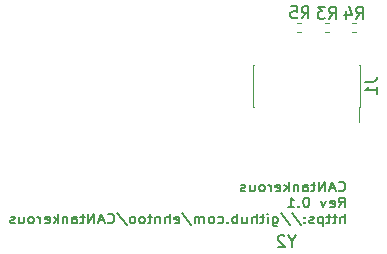
<source format=gbr>
%TF.GenerationSoftware,KiCad,Pcbnew,5.1.8*%
%TF.CreationDate,2020-12-05T00:24:13-05:00*%
%TF.ProjectId,cantankerous,63616e74-616e-46b6-9572-6f75732e6b69,rev?*%
%TF.SameCoordinates,Original*%
%TF.FileFunction,Legend,Bot*%
%TF.FilePolarity,Positive*%
%FSLAX46Y46*%
G04 Gerber Fmt 4.6, Leading zero omitted, Abs format (unit mm)*
G04 Created by KiCad (PCBNEW 5.1.8) date 2020-12-05 00:24:13*
%MOMM*%
%LPD*%
G01*
G04 APERTURE LIST*
%ADD10C,0.153000*%
%ADD11C,0.120000*%
%ADD12C,0.150000*%
G04 APERTURE END LIST*
D10*
X148968478Y-110565714D02*
X149011335Y-110603809D01*
X149139907Y-110641904D01*
X149225621Y-110641904D01*
X149354192Y-110603809D01*
X149439907Y-110527619D01*
X149482764Y-110451428D01*
X149525621Y-110299047D01*
X149525621Y-110184761D01*
X149482764Y-110032380D01*
X149439907Y-109956190D01*
X149354192Y-109880000D01*
X149225621Y-109841904D01*
X149139907Y-109841904D01*
X149011335Y-109880000D01*
X148968478Y-109918095D01*
X148625621Y-110413333D02*
X148197050Y-110413333D01*
X148711335Y-110641904D02*
X148411335Y-109841904D01*
X148111335Y-110641904D01*
X147811335Y-110641904D02*
X147811335Y-109841904D01*
X147297050Y-110641904D01*
X147297050Y-109841904D01*
X146997050Y-110108571D02*
X146654192Y-110108571D01*
X146868478Y-109841904D02*
X146868478Y-110527619D01*
X146825621Y-110603809D01*
X146739907Y-110641904D01*
X146654192Y-110641904D01*
X145968478Y-110641904D02*
X145968478Y-110222857D01*
X146011335Y-110146666D01*
X146097050Y-110108571D01*
X146268478Y-110108571D01*
X146354192Y-110146666D01*
X145968478Y-110603809D02*
X146054192Y-110641904D01*
X146268478Y-110641904D01*
X146354192Y-110603809D01*
X146397050Y-110527619D01*
X146397050Y-110451428D01*
X146354192Y-110375238D01*
X146268478Y-110337142D01*
X146054192Y-110337142D01*
X145968478Y-110299047D01*
X145539907Y-110108571D02*
X145539907Y-110641904D01*
X145539907Y-110184761D02*
X145497050Y-110146666D01*
X145411335Y-110108571D01*
X145282764Y-110108571D01*
X145197050Y-110146666D01*
X145154192Y-110222857D01*
X145154192Y-110641904D01*
X144725621Y-110641904D02*
X144725621Y-109841904D01*
X144639907Y-110337142D02*
X144382764Y-110641904D01*
X144382764Y-110108571D02*
X144725621Y-110413333D01*
X143654192Y-110603809D02*
X143739907Y-110641904D01*
X143911335Y-110641904D01*
X143997050Y-110603809D01*
X144039907Y-110527619D01*
X144039907Y-110222857D01*
X143997050Y-110146666D01*
X143911335Y-110108571D01*
X143739907Y-110108571D01*
X143654192Y-110146666D01*
X143611335Y-110222857D01*
X143611335Y-110299047D01*
X144039907Y-110375238D01*
X143225621Y-110641904D02*
X143225621Y-110108571D01*
X143225621Y-110260952D02*
X143182764Y-110184761D01*
X143139907Y-110146666D01*
X143054192Y-110108571D01*
X142968478Y-110108571D01*
X142539907Y-110641904D02*
X142625621Y-110603809D01*
X142668478Y-110565714D01*
X142711335Y-110489523D01*
X142711335Y-110260952D01*
X142668478Y-110184761D01*
X142625621Y-110146666D01*
X142539907Y-110108571D01*
X142411335Y-110108571D01*
X142325621Y-110146666D01*
X142282764Y-110184761D01*
X142239907Y-110260952D01*
X142239907Y-110489523D01*
X142282764Y-110565714D01*
X142325621Y-110603809D01*
X142411335Y-110641904D01*
X142539907Y-110641904D01*
X141468478Y-110108571D02*
X141468478Y-110641904D01*
X141854192Y-110108571D02*
X141854192Y-110527619D01*
X141811335Y-110603809D01*
X141725621Y-110641904D01*
X141597050Y-110641904D01*
X141511335Y-110603809D01*
X141468478Y-110565714D01*
X141082764Y-110603809D02*
X140997050Y-110641904D01*
X140825621Y-110641904D01*
X140739907Y-110603809D01*
X140697050Y-110527619D01*
X140697050Y-110489523D01*
X140739907Y-110413333D01*
X140825621Y-110375238D01*
X140954192Y-110375238D01*
X141039907Y-110337142D01*
X141082764Y-110260952D01*
X141082764Y-110222857D01*
X141039907Y-110146666D01*
X140954192Y-110108571D01*
X140825621Y-110108571D01*
X140739907Y-110146666D01*
X148968478Y-111994904D02*
X149268478Y-111613952D01*
X149482764Y-111994904D02*
X149482764Y-111194904D01*
X149139907Y-111194904D01*
X149054192Y-111233000D01*
X149011335Y-111271095D01*
X148968478Y-111347285D01*
X148968478Y-111461571D01*
X149011335Y-111537761D01*
X149054192Y-111575857D01*
X149139907Y-111613952D01*
X149482764Y-111613952D01*
X148239907Y-111956809D02*
X148325621Y-111994904D01*
X148497050Y-111994904D01*
X148582764Y-111956809D01*
X148625621Y-111880619D01*
X148625621Y-111575857D01*
X148582764Y-111499666D01*
X148497050Y-111461571D01*
X148325621Y-111461571D01*
X148239907Y-111499666D01*
X148197050Y-111575857D01*
X148197050Y-111652047D01*
X148625621Y-111728238D01*
X147897050Y-111461571D02*
X147682764Y-111994904D01*
X147468478Y-111461571D01*
X146268478Y-111194904D02*
X146182764Y-111194904D01*
X146097050Y-111233000D01*
X146054192Y-111271095D01*
X146011335Y-111347285D01*
X145968478Y-111499666D01*
X145968478Y-111690142D01*
X146011335Y-111842523D01*
X146054192Y-111918714D01*
X146097050Y-111956809D01*
X146182764Y-111994904D01*
X146268478Y-111994904D01*
X146354192Y-111956809D01*
X146397050Y-111918714D01*
X146439907Y-111842523D01*
X146482764Y-111690142D01*
X146482764Y-111499666D01*
X146439907Y-111347285D01*
X146397050Y-111271095D01*
X146354192Y-111233000D01*
X146268478Y-111194904D01*
X145582764Y-111918714D02*
X145539907Y-111956809D01*
X145582764Y-111994904D01*
X145625621Y-111956809D01*
X145582764Y-111918714D01*
X145582764Y-111994904D01*
X144682764Y-111994904D02*
X145197050Y-111994904D01*
X144939907Y-111994904D02*
X144939907Y-111194904D01*
X145025621Y-111309190D01*
X145111335Y-111385380D01*
X145197050Y-111423476D01*
X149482764Y-113347904D02*
X149482764Y-112547904D01*
X149097050Y-113347904D02*
X149097050Y-112928857D01*
X149139907Y-112852666D01*
X149225621Y-112814571D01*
X149354192Y-112814571D01*
X149439907Y-112852666D01*
X149482764Y-112890761D01*
X148797050Y-112814571D02*
X148454192Y-112814571D01*
X148668478Y-112547904D02*
X148668478Y-113233619D01*
X148625621Y-113309809D01*
X148539907Y-113347904D01*
X148454192Y-113347904D01*
X148282764Y-112814571D02*
X147939907Y-112814571D01*
X148154192Y-112547904D02*
X148154192Y-113233619D01*
X148111335Y-113309809D01*
X148025621Y-113347904D01*
X147939907Y-113347904D01*
X147639907Y-112814571D02*
X147639907Y-113614571D01*
X147639907Y-112852666D02*
X147554192Y-112814571D01*
X147382764Y-112814571D01*
X147297050Y-112852666D01*
X147254192Y-112890761D01*
X147211335Y-112966952D01*
X147211335Y-113195523D01*
X147254192Y-113271714D01*
X147297050Y-113309809D01*
X147382764Y-113347904D01*
X147554192Y-113347904D01*
X147639907Y-113309809D01*
X146868478Y-113309809D02*
X146782764Y-113347904D01*
X146611335Y-113347904D01*
X146525621Y-113309809D01*
X146482764Y-113233619D01*
X146482764Y-113195523D01*
X146525621Y-113119333D01*
X146611335Y-113081238D01*
X146739907Y-113081238D01*
X146825621Y-113043142D01*
X146868478Y-112966952D01*
X146868478Y-112928857D01*
X146825621Y-112852666D01*
X146739907Y-112814571D01*
X146611335Y-112814571D01*
X146525621Y-112852666D01*
X146097050Y-113271714D02*
X146054192Y-113309809D01*
X146097050Y-113347904D01*
X146139907Y-113309809D01*
X146097050Y-113271714D01*
X146097050Y-113347904D01*
X146097050Y-112852666D02*
X146054192Y-112890761D01*
X146097050Y-112928857D01*
X146139907Y-112890761D01*
X146097050Y-112852666D01*
X146097050Y-112928857D01*
X145025621Y-112509809D02*
X145797050Y-113538380D01*
X144082764Y-112509809D02*
X144854192Y-113538380D01*
X143397050Y-112814571D02*
X143397050Y-113462190D01*
X143439907Y-113538380D01*
X143482764Y-113576476D01*
X143568478Y-113614571D01*
X143697050Y-113614571D01*
X143782764Y-113576476D01*
X143397050Y-113309809D02*
X143482764Y-113347904D01*
X143654192Y-113347904D01*
X143739907Y-113309809D01*
X143782764Y-113271714D01*
X143825621Y-113195523D01*
X143825621Y-112966952D01*
X143782764Y-112890761D01*
X143739907Y-112852666D01*
X143654192Y-112814571D01*
X143482764Y-112814571D01*
X143397050Y-112852666D01*
X142968478Y-113347904D02*
X142968478Y-112814571D01*
X142968478Y-112547904D02*
X143011335Y-112586000D01*
X142968478Y-112624095D01*
X142925621Y-112586000D01*
X142968478Y-112547904D01*
X142968478Y-112624095D01*
X142668478Y-112814571D02*
X142325621Y-112814571D01*
X142539907Y-112547904D02*
X142539907Y-113233619D01*
X142497050Y-113309809D01*
X142411335Y-113347904D01*
X142325621Y-113347904D01*
X142025621Y-113347904D02*
X142025621Y-112547904D01*
X141639907Y-113347904D02*
X141639907Y-112928857D01*
X141682764Y-112852666D01*
X141768478Y-112814571D01*
X141897050Y-112814571D01*
X141982764Y-112852666D01*
X142025621Y-112890761D01*
X140825621Y-112814571D02*
X140825621Y-113347904D01*
X141211335Y-112814571D02*
X141211335Y-113233619D01*
X141168478Y-113309809D01*
X141082764Y-113347904D01*
X140954192Y-113347904D01*
X140868478Y-113309809D01*
X140825621Y-113271714D01*
X140397050Y-113347904D02*
X140397050Y-112547904D01*
X140397050Y-112852666D02*
X140311335Y-112814571D01*
X140139907Y-112814571D01*
X140054192Y-112852666D01*
X140011335Y-112890761D01*
X139968478Y-112966952D01*
X139968478Y-113195523D01*
X140011335Y-113271714D01*
X140054192Y-113309809D01*
X140139907Y-113347904D01*
X140311335Y-113347904D01*
X140397050Y-113309809D01*
X139582764Y-113271714D02*
X139539907Y-113309809D01*
X139582764Y-113347904D01*
X139625621Y-113309809D01*
X139582764Y-113271714D01*
X139582764Y-113347904D01*
X138768478Y-113309809D02*
X138854192Y-113347904D01*
X139025621Y-113347904D01*
X139111335Y-113309809D01*
X139154192Y-113271714D01*
X139197050Y-113195523D01*
X139197050Y-112966952D01*
X139154192Y-112890761D01*
X139111335Y-112852666D01*
X139025621Y-112814571D01*
X138854192Y-112814571D01*
X138768478Y-112852666D01*
X138254192Y-113347904D02*
X138339907Y-113309809D01*
X138382764Y-113271714D01*
X138425621Y-113195523D01*
X138425621Y-112966952D01*
X138382764Y-112890761D01*
X138339907Y-112852666D01*
X138254192Y-112814571D01*
X138125621Y-112814571D01*
X138039907Y-112852666D01*
X137997050Y-112890761D01*
X137954192Y-112966952D01*
X137954192Y-113195523D01*
X137997050Y-113271714D01*
X138039907Y-113309809D01*
X138125621Y-113347904D01*
X138254192Y-113347904D01*
X137568478Y-113347904D02*
X137568478Y-112814571D01*
X137568478Y-112890761D02*
X137525621Y-112852666D01*
X137439907Y-112814571D01*
X137311335Y-112814571D01*
X137225621Y-112852666D01*
X137182764Y-112928857D01*
X137182764Y-113347904D01*
X137182764Y-112928857D02*
X137139907Y-112852666D01*
X137054192Y-112814571D01*
X136925621Y-112814571D01*
X136839907Y-112852666D01*
X136797050Y-112928857D01*
X136797050Y-113347904D01*
X135725621Y-112509809D02*
X136497050Y-113538380D01*
X135082764Y-113309809D02*
X135168478Y-113347904D01*
X135339907Y-113347904D01*
X135425621Y-113309809D01*
X135468478Y-113233619D01*
X135468478Y-112928857D01*
X135425621Y-112852666D01*
X135339907Y-112814571D01*
X135168478Y-112814571D01*
X135082764Y-112852666D01*
X135039907Y-112928857D01*
X135039907Y-113005047D01*
X135468478Y-113081238D01*
X134654192Y-113347904D02*
X134654192Y-112547904D01*
X134268478Y-113347904D02*
X134268478Y-112928857D01*
X134311335Y-112852666D01*
X134397050Y-112814571D01*
X134525621Y-112814571D01*
X134611335Y-112852666D01*
X134654192Y-112890761D01*
X133839907Y-112814571D02*
X133839907Y-113347904D01*
X133839907Y-112890761D02*
X133797050Y-112852666D01*
X133711335Y-112814571D01*
X133582764Y-112814571D01*
X133497050Y-112852666D01*
X133454192Y-112928857D01*
X133454192Y-113347904D01*
X133154192Y-112814571D02*
X132811335Y-112814571D01*
X133025621Y-112547904D02*
X133025621Y-113233619D01*
X132982764Y-113309809D01*
X132897050Y-113347904D01*
X132811335Y-113347904D01*
X132382764Y-113347904D02*
X132468478Y-113309809D01*
X132511335Y-113271714D01*
X132554192Y-113195523D01*
X132554192Y-112966952D01*
X132511335Y-112890761D01*
X132468478Y-112852666D01*
X132382764Y-112814571D01*
X132254192Y-112814571D01*
X132168478Y-112852666D01*
X132125621Y-112890761D01*
X132082764Y-112966952D01*
X132082764Y-113195523D01*
X132125621Y-113271714D01*
X132168478Y-113309809D01*
X132254192Y-113347904D01*
X132382764Y-113347904D01*
X131568478Y-113347904D02*
X131654192Y-113309809D01*
X131697050Y-113271714D01*
X131739907Y-113195523D01*
X131739907Y-112966952D01*
X131697050Y-112890761D01*
X131654192Y-112852666D01*
X131568478Y-112814571D01*
X131439907Y-112814571D01*
X131354192Y-112852666D01*
X131311335Y-112890761D01*
X131268478Y-112966952D01*
X131268478Y-113195523D01*
X131311335Y-113271714D01*
X131354192Y-113309809D01*
X131439907Y-113347904D01*
X131568478Y-113347904D01*
X130239907Y-112509809D02*
X131011335Y-113538380D01*
X129425621Y-113271714D02*
X129468478Y-113309809D01*
X129597050Y-113347904D01*
X129682764Y-113347904D01*
X129811335Y-113309809D01*
X129897050Y-113233619D01*
X129939907Y-113157428D01*
X129982764Y-113005047D01*
X129982764Y-112890761D01*
X129939907Y-112738380D01*
X129897050Y-112662190D01*
X129811335Y-112586000D01*
X129682764Y-112547904D01*
X129597050Y-112547904D01*
X129468478Y-112586000D01*
X129425621Y-112624095D01*
X129082764Y-113119333D02*
X128654192Y-113119333D01*
X129168478Y-113347904D02*
X128868478Y-112547904D01*
X128568478Y-113347904D01*
X128268478Y-113347904D02*
X128268478Y-112547904D01*
X127754192Y-113347904D01*
X127754192Y-112547904D01*
X127454192Y-112814571D02*
X127111335Y-112814571D01*
X127325621Y-112547904D02*
X127325621Y-113233619D01*
X127282764Y-113309809D01*
X127197050Y-113347904D01*
X127111335Y-113347904D01*
X126425621Y-113347904D02*
X126425621Y-112928857D01*
X126468478Y-112852666D01*
X126554192Y-112814571D01*
X126725621Y-112814571D01*
X126811335Y-112852666D01*
X126425621Y-113309809D02*
X126511335Y-113347904D01*
X126725621Y-113347904D01*
X126811335Y-113309809D01*
X126854192Y-113233619D01*
X126854192Y-113157428D01*
X126811335Y-113081238D01*
X126725621Y-113043142D01*
X126511335Y-113043142D01*
X126425621Y-113005047D01*
X125997050Y-112814571D02*
X125997050Y-113347904D01*
X125997050Y-112890761D02*
X125954192Y-112852666D01*
X125868478Y-112814571D01*
X125739907Y-112814571D01*
X125654192Y-112852666D01*
X125611335Y-112928857D01*
X125611335Y-113347904D01*
X125182764Y-113347904D02*
X125182764Y-112547904D01*
X125097050Y-113043142D02*
X124839907Y-113347904D01*
X124839907Y-112814571D02*
X125182764Y-113119333D01*
X124111335Y-113309809D02*
X124197050Y-113347904D01*
X124368478Y-113347904D01*
X124454192Y-113309809D01*
X124497050Y-113233619D01*
X124497050Y-112928857D01*
X124454192Y-112852666D01*
X124368478Y-112814571D01*
X124197050Y-112814571D01*
X124111335Y-112852666D01*
X124068478Y-112928857D01*
X124068478Y-113005047D01*
X124497050Y-113081238D01*
X123682764Y-113347904D02*
X123682764Y-112814571D01*
X123682764Y-112966952D02*
X123639907Y-112890761D01*
X123597050Y-112852666D01*
X123511335Y-112814571D01*
X123425621Y-112814571D01*
X122997050Y-113347904D02*
X123082764Y-113309809D01*
X123125621Y-113271714D01*
X123168478Y-113195523D01*
X123168478Y-112966952D01*
X123125621Y-112890761D01*
X123082764Y-112852666D01*
X122997050Y-112814571D01*
X122868478Y-112814571D01*
X122782764Y-112852666D01*
X122739907Y-112890761D01*
X122697050Y-112966952D01*
X122697050Y-113195523D01*
X122739907Y-113271714D01*
X122782764Y-113309809D01*
X122868478Y-113347904D01*
X122997050Y-113347904D01*
X121925621Y-112814571D02*
X121925621Y-113347904D01*
X122311335Y-112814571D02*
X122311335Y-113233619D01*
X122268478Y-113309809D01*
X122182764Y-113347904D01*
X122054192Y-113347904D01*
X121968478Y-113309809D01*
X121925621Y-113271714D01*
X121539907Y-113309809D02*
X121454192Y-113347904D01*
X121282764Y-113347904D01*
X121197050Y-113309809D01*
X121154192Y-113233619D01*
X121154192Y-113195523D01*
X121197050Y-113119333D01*
X121282764Y-113081238D01*
X121411335Y-113081238D01*
X121497050Y-113043142D01*
X121539907Y-112966952D01*
X121539907Y-112928857D01*
X121497050Y-112852666D01*
X121411335Y-112814571D01*
X121282764Y-112814571D01*
X121197050Y-112852666D01*
D11*
%TO.C,J1*%
X141800500Y-99980500D02*
X141735500Y-99980500D01*
X141800500Y-103510500D02*
X141735500Y-103510500D01*
X150745500Y-99980500D02*
X150680500Y-99980500D01*
X150745500Y-103510500D02*
X150680500Y-103510500D01*
X150680500Y-104835500D02*
X150680500Y-103510500D01*
X141735500Y-103510500D02*
X141735500Y-99980500D01*
X150745500Y-103510500D02*
X150745500Y-99980500D01*
%TO.C,R3*%
X148148621Y-96394000D02*
X147813379Y-96394000D01*
X148148621Y-97154000D02*
X147813379Y-97154000D01*
%TO.C,R4*%
X150446121Y-97154000D02*
X150110879Y-97154000D01*
X150446121Y-96394000D02*
X150110879Y-96394000D01*
%TO.C,R5*%
X145475379Y-97154000D02*
X145810621Y-97154000D01*
X145475379Y-96394000D02*
X145810621Y-96394000D01*
%TO.C,Y2*%
D12*
X145002190Y-114911190D02*
X145002190Y-115387380D01*
X145335523Y-114387380D02*
X145002190Y-114911190D01*
X144668857Y-114387380D01*
X144383142Y-114482619D02*
X144335523Y-114435000D01*
X144240285Y-114387380D01*
X144002190Y-114387380D01*
X143906952Y-114435000D01*
X143859333Y-114482619D01*
X143811714Y-114577857D01*
X143811714Y-114673095D01*
X143859333Y-114815952D01*
X144430761Y-115387380D01*
X143811714Y-115387380D01*
%TO.C,J1*%
X151197880Y-101412166D02*
X151912166Y-101412166D01*
X152055023Y-101364547D01*
X152150261Y-101269309D01*
X152197880Y-101126452D01*
X152197880Y-101031214D01*
X152197880Y-102412166D02*
X152197880Y-101840738D01*
X152197880Y-102126452D02*
X151197880Y-102126452D01*
X151340738Y-102031214D01*
X151435976Y-101935976D01*
X151483595Y-101840738D01*
%TO.C,R3*%
X148147666Y-96056380D02*
X148481000Y-95580190D01*
X148719095Y-96056380D02*
X148719095Y-95056380D01*
X148338142Y-95056380D01*
X148242904Y-95104000D01*
X148195285Y-95151619D01*
X148147666Y-95246857D01*
X148147666Y-95389714D01*
X148195285Y-95484952D01*
X148242904Y-95532571D01*
X148338142Y-95580190D01*
X148719095Y-95580190D01*
X147814333Y-95056380D02*
X147195285Y-95056380D01*
X147528619Y-95437333D01*
X147385761Y-95437333D01*
X147290523Y-95484952D01*
X147242904Y-95532571D01*
X147195285Y-95627809D01*
X147195285Y-95865904D01*
X147242904Y-95961142D01*
X147290523Y-96008761D01*
X147385761Y-96056380D01*
X147671476Y-96056380D01*
X147766714Y-96008761D01*
X147814333Y-95961142D01*
%TO.C,R4*%
X150445166Y-96056380D02*
X150778500Y-95580190D01*
X151016595Y-96056380D02*
X151016595Y-95056380D01*
X150635642Y-95056380D01*
X150540404Y-95104000D01*
X150492785Y-95151619D01*
X150445166Y-95246857D01*
X150445166Y-95389714D01*
X150492785Y-95484952D01*
X150540404Y-95532571D01*
X150635642Y-95580190D01*
X151016595Y-95580190D01*
X149588023Y-95389714D02*
X149588023Y-96056380D01*
X149826119Y-95008761D02*
X150064214Y-95723047D01*
X149445166Y-95723047D01*
%TO.C,R5*%
X145835666Y-96019880D02*
X146169000Y-95543690D01*
X146407095Y-96019880D02*
X146407095Y-95019880D01*
X146026142Y-95019880D01*
X145930904Y-95067500D01*
X145883285Y-95115119D01*
X145835666Y-95210357D01*
X145835666Y-95353214D01*
X145883285Y-95448452D01*
X145930904Y-95496071D01*
X146026142Y-95543690D01*
X146407095Y-95543690D01*
X144930904Y-95019880D02*
X145407095Y-95019880D01*
X145454714Y-95496071D01*
X145407095Y-95448452D01*
X145311857Y-95400833D01*
X145073761Y-95400833D01*
X144978523Y-95448452D01*
X144930904Y-95496071D01*
X144883285Y-95591309D01*
X144883285Y-95829404D01*
X144930904Y-95924642D01*
X144978523Y-95972261D01*
X145073761Y-96019880D01*
X145311857Y-96019880D01*
X145407095Y-95972261D01*
X145454714Y-95924642D01*
%TD*%
M02*

</source>
